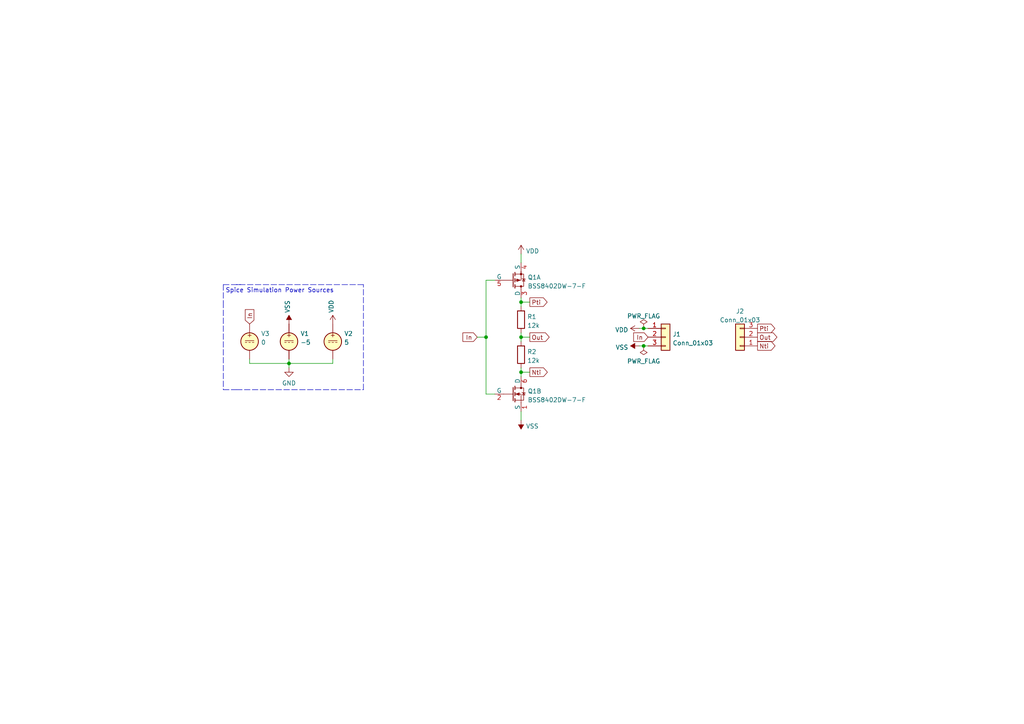
<source format=kicad_sch>
(kicad_sch (version 20250114) (generator "eeschema") (generator_version "9.0")
  (paper "A4")
  (title_block (title "Balanced Ternary Inverter Gate") (date "2022-08-04") (rev "0"))
  (lib_symbols
    (symbol "Connector_Generic:Conn_01x03" (pin_names (offset 1.016) (hide yes))
      (property "Reference" "J" (at 0 5.08 0))
      (property "Value" "Conn_01x03" (at 0 -5.08 0))
      (symbol "Conn_01x03_1_1"
        (rectangle (start -1.27 3.81) (end 1.27 -3.81) (stroke (width 0.254)) (fill (type background)))
        (rectangle (start -1.27 2.667) (end 0 2.413) (stroke (width 0.1524)))
        (rectangle (start -1.27 0.127) (end 0 -0.127) (stroke (width 0.1524)))
        (rectangle (start -1.27 -2.413) (end 0 -2.667) (stroke (width 0.1524)))
        (pin passive line (at -5.08 2.54 0) (length 3.81) (name "Pin_1") (number "1"))
        (pin passive line (at -5.08 0 0) (length 3.81) (name "Pin_2") (number "2"))
        (pin passive line (at -5.08 -2.54 0) (length 3.81) (name "Pin_3") (number "3"))
      )
    )
    (symbol "Device:R" (pin_numbers (hide yes)) (pin_names (offset 0))
      (property "Reference" "R" (at 2.032 0 90))
      (property "Value" "R" (at 0 0 90))
      (symbol "R_0_1"
        (rectangle (start -1.016 -2.54) (end 1.016 2.54) (stroke (width 0.254)))
      )
      (symbol "R_1_1"
        (pin passive line (at 0 3.81 270) (length 1.27) (name "~") (number "1"))
        (pin passive line (at 0 -3.81 90) (length 1.27) (name "~") (number "2"))
      )
    )
    (symbol "Simulation_SPICE:VDC" (pin_numbers (hide yes)) (pin_names (offset 0.0254))
      (property "Reference" "V" (at 2.54 2.54 0))
      (property "Value" "VDC" (at 2.54 0 0))
      (property "Spice_Model" "dc(1)" (at 2.54 -2.54 0))
      (symbol "VDC_0_0"
        (polyline (pts (xy -1.27 0.254) (xy 1.27 0.254)))
        (polyline (pts (xy -0.762 -0.254) (xy -1.27 -0.254)))
        (polyline (pts (xy 0.254 -0.254) (xy -0.254 -0.254)))
        (polyline (pts (xy 1.27 -0.254) (xy 0.762 -0.254)))
        (text "+" (at 0 1.905 0) (effects (font (size 1.27 1.27))))
      )
      (symbol "VDC_0_1"
        (circle (center 0 0) (radius 2.54) (stroke (width 0.254)) (fill (type background)))
      )
      (symbol "VDC_1_1"
        (pin passive line (at 0 5.08 270) (length 2.54) (name "~") (number "1"))
        (pin passive line (at 0 -5.08 90) (length 2.54) (name "~") (number "2"))
      )
    )
    (symbol "Tritium:BSS8402DW-7-F" (pin_names (offset 0))
      (property "Reference" "Q" (at 2.54 1.27 0))
      (property "Value" "BSS8402DW-7-F" (at 2.54 -1.27 0))
      (symbol "BSS8402DW-7-F_0_1"
        (polyline (pts (xy -2.286 0) (xy -5.08 0)))
        (polyline (pts (xy -2.286 -1.905) (xy -2.286 1.905)) (stroke (width 0.254)))
        (polyline (pts (xy -1.778 1.27) (xy -1.778 2.286)) (stroke (width 0.254)))
        (polyline (pts (xy -1.778 -0.508) (xy -1.778 0.508)) (stroke (width 0.254)))
        (polyline (pts (xy -1.778 -1.778) (xy 0.762 -1.778) (xy 0.762 1.778) (xy -1.778 1.778)))
        (polyline (pts (xy -1.778 -2.286) (xy -1.778 -1.27)) (stroke (width 0.254)))
        (polyline (pts (xy 0 2.54) (xy 0 1.778)))
        (circle (center 0 1.778) (radius 0.254) (fill (type outline)))
        (polyline (pts (xy 0.254 0.508) (xy 0.381 0.381) (xy 1.143 0.381) (xy 1.27 0.254)))
        (polyline (pts (xy 0.762 0.381) (xy 0.381 -0.254) (xy 1.143 -0.254) (xy 0.762 0.381)))
      )
      (symbol "BSS8402DW-7-F_1_1"
        (polyline (pts (xy -0.254 0) (xy -1.27 -0.381) (xy -1.27 0.381) (xy -0.254 0)) (fill (type outline)))
        (polyline (pts (xy 0 2.54) (xy 0 0) (xy -1.778 0)))
        (circle (center 0 -1.778) (radius 0.254) (fill (type outline)))
        (polyline (pts (xy 0 -2.54) (xy 0 -1.778)))
        (pin input line (at -7.62 0 0) (length 2.54) (name "G") (number "5"))
        (pin passive line (at 0 5.08 270) (length 2.54) (name "S") (number "4"))
        (pin passive line (at 0 -5.08 90) (length 2.54) (name "D") (number "3"))
      )
      (symbol "BSS8402DW-7-F_2_1"
        (polyline (pts (xy -1.524 0) (xy -0.508 0.381) (xy -0.508 -0.381) (xy -1.524 0)) (fill (type outline)))
        (polyline (pts (xy 0 -2.54) (xy 0 0) (xy -1.778 0)))
        (pin input line (at -7.62 0 0) (length 2.54) (name "G") (number "2"))
        (pin passive line (at 0 5.08 270) (length 2.54) (name "D") (number "6"))
        (pin passive line (at 0 -5.08 90) (length 2.54) (name "S") (number "1"))
      )
    )
    (symbol "power:GND" (power) (pin_names (offset 0))
      (property "Value" "GND" (at 0 -3.81 0))
      (symbol "GND_0_1"
        (polyline (pts (xy 0 0) (xy 0 -1.27) (xy 1.27 -1.27) (xy 0 -2.54) (xy -1.27 -1.27) (xy 0 -1.27)))
      )
      (symbol "GND_1_1"
        (pin power_in line (at 0 0 270) (length 0) (hide yes) (name "GND") (number "1"))
      )
    )
    (symbol "power:PWR_FLAG" (power) (pin_numbers (hide yes)) (pin_names (offset 0) (hide yes))
      (property "Value" "PWR_FLAG" (at 0 3.81 0))
      (symbol "PWR_FLAG_0_0"
        (pin power_out line (at 0 0 90) (length 0) (name "pwr") (number "1"))
      )
      (symbol "PWR_FLAG_0_1"
        (polyline (pts (xy 0 0) (xy 0 1.27) (xy -1.016 1.905) (xy 0 2.54) (xy 1.016 1.905) (xy 0 1.27)))
      )
    )
    (symbol "power:VDD" (power) (pin_names (offset 0))
      (property "Value" "VDD" (at 0 3.81 0))
      (symbol "VDD_0_1"
        (polyline (pts (xy -0.762 1.27) (xy 0 2.54)))
        (polyline (pts (xy 0 2.54) (xy 0.762 1.27)))
        (polyline (pts (xy 0 0) (xy 0 2.54)))
      )
      (symbol "VDD_1_1"
        (pin power_in line (at 0 0 90) (length 0) (hide yes) (name "VDD") (number "1"))
      )
    )
    (symbol "power:VSS" (power) (pin_names (offset 0))
      (property "Value" "VSS" (at 0 3.81 0))
      (symbol "VSS_0_1"
        (polyline (pts (xy 0 0) (xy 0 2.54)))
        (polyline (pts (xy 0.762 1.27) (xy -0.762 1.27) (xy 0 2.54) (xy 0.762 1.27)) (fill (type outline)))
      )
      (symbol "VSS_1_1"
        (pin power_in line (at 0 0 90) (length 0) (hide yes) (name "VSS") (number "1"))
      )
    )
  )
  (text "Spice Simulation Power Sources" (at 65.405 85.09 0) (effects (font (size 1.27 1.27)) (justify left bottom)))
  (junction (at 151.13 97.79))
  (junction (at 83.82 105.41))
  (junction (at 151.13 107.95))
  (junction (at 151.13 87.63))
  (junction (at 140.97 97.79))
  (junction (at 186.69 95.25))
  (junction (at 186.69 100.33))
  (wire (pts (xy 186.69 95.25) (xy 187.96 95.25)))
  (wire (pts (xy 151.13 97.79) (xy 153.67 97.79)))
  (polyline (pts (xy 105.41 113.03) (xy 105.41 82.55)) (stroke (width 0) (type dash)))
  (wire (pts (xy 140.97 81.28) (xy 140.97 97.79)))
  (wire (pts (xy 151.13 87.63) (xy 153.67 87.63)))
  (wire (pts (xy 140.97 97.79) (xy 140.97 114.3)))
  (wire (pts (xy 96.52 105.41) (xy 96.52 104.14)))
  (wire (pts (xy 186.69 100.33) (xy 187.96 100.33)))
  (wire (pts (xy 138.43 97.79) (xy 140.97 97.79)))
  (wire (pts (xy 151.13 107.95) (xy 151.13 109.22)))
  (polyline (pts (xy 64.77 113.03) (xy 68.58 113.03)) (stroke (width 0) (type dash)))
  (wire (pts (xy 151.13 73.66) (xy 151.13 76.2)))
  (polyline (pts (xy 64.77 82.55) (xy 68.58 82.55)) (stroke (width 0) (type dash)))
  (wire (pts (xy 151.13 96.52) (xy 151.13 97.79)))
  (polyline (pts (xy 68.58 113.03) (xy 105.41 113.03)) (stroke (width 0) (type dash)))
  (wire (pts (xy 83.82 104.14) (xy 83.82 105.41)))
  (wire (pts (xy 151.13 107.95) (xy 153.67 107.95)))
  (wire (pts (xy 185.42 100.33) (xy 186.69 100.33)))
  (wire (pts (xy 151.13 97.79) (xy 151.13 99.06)))
  (wire (pts (xy 185.42 95.25) (xy 186.69 95.25)))
  (wire (pts (xy 72.39 105.41) (xy 72.39 104.14)))
  (wire (pts (xy 143.51 81.28) (xy 140.97 81.28)))
  (wire (pts (xy 151.13 119.38) (xy 151.13 121.92)))
  (wire (pts (xy 83.82 105.41) (xy 96.52 105.41)))
  (polyline (pts (xy 64.77 82.55) (xy 64.77 87.63)) (stroke (width 0) (type dash)))
  (wire (pts (xy 151.13 87.63) (xy 151.13 88.9)))
  (polyline (pts (xy 105.41 82.55) (xy 68.58 82.55)) (stroke (width 0) (type dash)))
  (wire (pts (xy 140.97 114.3) (xy 143.51 114.3)))
  (wire (pts (xy 83.82 105.41) (xy 83.82 106.68)))
  (wire (pts (xy 151.13 86.36) (xy 151.13 87.63)))
  (wire (pts (xy 151.13 106.68) (xy 151.13 107.95)))
  (polyline (pts (xy 64.77 87.63) (xy 64.77 113.03)) (stroke (width 0) (type dash)))
  (polyline (pts (xy 68.58 82.55) (xy 69.85 82.55)) (stroke (width 0) (type dash)))
  (wire (pts (xy 83.82 105.41) (xy 72.39 105.41)))
  (global_label "In" (shape input) (at 72.39 93.98 90) (property "Intersheetrefs" "${INTERSHEET_REFS}" (effects (hide yes))))
  (global_label "In" (shape input) (at 138.43 97.79 180) (property "Intersheetrefs" "${INTERSHEET_REFS}" (effects (hide yes))))
  (global_label "In" (shape input) (at 187.96 97.79 180) (property "Intersheetrefs" "${INTERSHEET_REFS}" (effects (hide yes))))
  (global_label "Out" (shape output) (at 219.71 97.79 0) (property "Intersheetrefs" "${INTERSHEET_REFS}" (effects (hide yes))))
  (global_label "Nti" (shape output) (at 219.71 100.33 0) (property "Intersheetrefs" "${INTERSHEET_REFS}" (effects (hide yes))))
  (global_label "Pti" (shape output) (at 153.67 87.63 0) (property "Intersheetrefs" "${INTERSHEET_REFS}" (effects (hide yes))))
  (global_label "Out" (shape output) (at 153.67 97.79 0) (property "Intersheetrefs" "${INTERSHEET_REFS}" (effects (hide yes))))
  (global_label "Pti" (shape output) (at 219.71 95.25 0) (property "Intersheetrefs" "${INTERSHEET_REFS}" (effects (hide yes))))
  (global_label "Nti" (shape output) (at 153.67 107.95 0) (property "Intersheetrefs" "${INTERSHEET_REFS}" (effects (hide yes))))
  (symbol (lib_id "Connector_Generic:Conn_01x03") (at 193.04 97.79 0) (unit 1) (exclude_from_sim yes)
    (property "Reference" "J1" (at 195.072 96.9553 0) (effects (justify left)))
    (property "Value" "Conn_01x03" (at 195.072 99.4922 0) (effects (justify left)))
    (property "Footprint" "Tritium:PinHeader_1x03_P2.54mm_Vertical_NoSilkscreen" (effects (hide yes)))
    (property "Sim.Device" "SPICE" (effects (hide yes)))
    (property "Sim.Params" "type=\"X\" model=\"R\" lib=\"\"" (effects (hide yes)))
    (property "Sim.Pins" "1=1 2=2 3=3" (effects (hide yes)))
  )
  (symbol (lib_id "power:GND") (at 83.82 106.68 0) (unit 1)
    (property "Reference" "#PWR02" (effects (hide yes)))
    (property "Value" "GND" (at 83.82 111.1234 0))
  )
  (symbol (lib_id "power:PWR_FLAG") (at 186.69 100.33 180) (unit 1)
    (property "Reference" "#FLG02" (effects (hide yes)))
    (property "Value" "PWR_FLAG" (at 186.69 104.7734 0))
  )
  (symbol (lib_id "power:PWR_FLAG") (at 186.69 95.25 0) (unit 1)
    (property "Reference" "#FLG01" (effects (hide yes)))
    (property "Value" "PWR_FLAG" (at 186.69 91.6742 0))
  )
  (symbol (lib_id "power:VDD") (at 185.42 95.25 90) (unit 1)
    (property "Reference" "#PWR0107" (effects (hide yes)))
    (property "Value" "VDD" (at 182.245 95.6838 90) (effects (justify left)))
  )
  (symbol (lib_id "power:VDD") (at 151.13 73.66 0) (unit 1)
    (property "Reference" "#PWR0108" (effects (hide yes)))
    (property "Value" "VDD" (at 152.527 72.8238 0) (effects (justify left)))
  )
  (symbol (lib_id "Simulation_SPICE:VDC") (at 72.39 99.06 0) (unit 1)
    (property "Reference" "V3" (at 75.692 96.7671 0) (effects (justify left)))
    (property "Value" "0" (at 75.692 99.304 0) (effects (justify left)))
    (property "Sim.Device" "V" (effects (hide yes)))
    (property "Sim.Type" "DC" (effects (hide yes)))
    (property "Sim.Pins" "1=+ 2=-" (effects (hide yes)))
  )
  (symbol (lib_id "Device:R") (at 151.13 92.71 0) (unit 1)
    (property "Reference" "R1" (at 152.908 91.8753 0) (effects (justify left)))
    (property "Value" "12k" (at 152.908 94.4122 0) (effects (justify left)))
    (property "Footprint" "Resistor_SMD:R_0603_1608Metric_Pad0.98x0.95mm_HandSolder" (effects (hide yes)))
  )
  (symbol (lib_id "power:VSS") (at 185.42 100.33 90) (unit 1)
    (property "Reference" "#PWR0106" (effects (hide yes)))
    (property "Value" "VSS" (at 182.245 100.7638 90) (effects (justify left)))
  )
  (symbol (lib_id "Tritium:BSS8402DW-7-F") (at 151.13 114.3 0) (unit 2)
    (property "Reference" "Q1" (at 153.035 113.4653 0) (effects (justify left)))
    (property "Value" "BSS8402DW-7-F" (at 153.035 116.0022 0) (effects (justify left)))
    (property "Footprint" "Package_TO_SOT_SMD:SOT-363_SC-70-6_Handsoldering" (effects (hide yes)))
    (property "Datasheet" "https://www.diodes.com/assets/Datasheets/ds30380.pdf" (effects (hide yes)))
    (property "Sim.Device" "SPICE" (effects (hide yes)))
    (property "Sim.Params" "type=\"X\" model=\"BSS8402DW\" lib=\"/lab/dev/tritium/library/TritiumSpice.lib\"" (effects (hide yes)))
    (property "Sim.Pins" "1=1 2=2 6=3" (effects (hide yes)))
  )
  (symbol (lib_id "power:VSS") (at 83.82 93.98 0) (unit 1)
    (property "Reference" "#PWR01" (effects (hide yes)))
    (property "Value" "VSS" (at 83.3862 90.805 90) (effects (justify left)))
  )
  (symbol (lib_id "Simulation_SPICE:VDC") (at 83.82 99.06 0) (unit 1)
    (property "Reference" "V1" (at 87.122 96.7671 0) (effects (justify left)))
    (property "Value" "-5" (at 87.122 99.304 0) (effects (justify left)))
    (property "Sim.Device" "V" (effects (hide yes)))
    (property "Sim.Type" "DC" (effects (hide yes)))
    (property "Sim.Pins" "1=+ 2=-" (effects (hide yes)))
  )
  (symbol (lib_id "Device:R") (at 151.13 102.87 0) (unit 1)
    (property "Reference" "R2" (at 152.908 102.0353 0) (effects (justify left)))
    (property "Value" "12k" (at 152.908 104.5722 0) (effects (justify left)))
    (property "Footprint" "Resistor_SMD:R_0603_1608Metric_Pad0.98x0.95mm_HandSolder" (effects (hide yes)))
  )
  (symbol (lib_id "Connector_Generic:Conn_01x03") (at 214.63 97.79 180) (unit 1) (exclude_from_sim yes)
    (property "Reference" "J2" (at 214.63 90.2802 0))
    (property "Value" "Conn_01x03" (at 214.63 92.8171 0))
    (property "Footprint" "Tritium:PinHeader_1x03_P2.54mm_Vertical_NoSilkscreen" (effects (hide yes)))
    (property "Sim.Device" "SPICE" (effects (hide yes)))
    (property "Sim.Params" "type=\"X\" model=\"Conn_01x03\" lib=\"\"" (effects (hide yes)))
    (property "Sim.Pins" "1=1 2=2 3=3" (effects (hide yes)))
  )
  (symbol (lib_id "power:VSS") (at 151.13 121.92 180) (unit 1)
    (property "Reference" "#PWR0105" (effects (hide yes)))
    (property "Value" "VSS" (at 152.527 123.6238 0) (effects (justify right)))
  )
  (symbol (lib_id "Tritium:BSS8402DW-7-F") (at 151.13 81.28 0) (unit 1)
    (property "Reference" "Q1" (at 153.035 80.4453 0) (effects (justify left)))
    (property "Value" "BSS8402DW-7-F" (at 153.035 82.9822 0) (effects (justify left)))
    (property "Footprint" "Package_TO_SOT_SMD:SOT-363_SC-70-6_Handsoldering" (effects (hide yes)))
    (property "Datasheet" "https://www.diodes.com/assets/Datasheets/ds30380.pdf" (effects (hide yes)))
    (property "Sim.Device" "SPICE" (effects (hide yes)))
    (property "Sim.Params" "type=\"X\" model=\"BSS8402DW\" lib=\"/lab/dev/tritium/library/TritiumSpice.lib\"" (effects (hide yes)))
    (property "Sim.Pins" "3=1 4=2 5=3" (effects (hide yes)))
  )
  (symbol (lib_id "power:VDD") (at 96.52 93.98 0) (unit 1)
    (property "Reference" "#PWR03" (effects (hide yes)))
    (property "Value" "VDD" (at 96.0862 90.805 90) (effects (justify left)))
  )
  (symbol (lib_id "Simulation_SPICE:VDC") (at 96.52 99.06 0) (unit 1)
    (property "Reference" "V2" (at 99.822 96.7671 0) (effects (justify left)))
    (property "Value" "5" (at 99.822 99.304 0) (effects (justify left)))
    (property "Sim.Device" "V" (effects (hide yes)))
    (property "Sim.Type" "DC" (effects (hide yes)))
    (property "Sim.Pins" "1=+ 2=-" (effects (hide yes)))
  )
)
</source>
